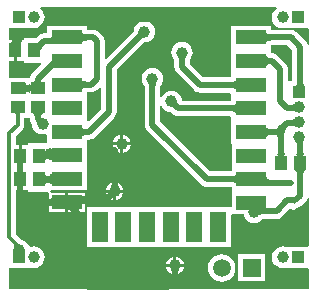
<source format=gtl>
G04 Layer_Physical_Order=1*
G04 Layer_Color=255*
%FSLAX44Y44*%
%MOMM*%
G71*
G01*
G75*
%ADD10R,1.0000X1.3000*%
%ADD11R,1.3000X1.0000*%
%ADD12R,2.5400X1.1430*%
%ADD13R,1.3970X2.5400*%
%ADD14C,0.5000*%
%ADD15C,0.3000*%
%ADD16C,1.0000*%
%ADD17R,1.0000X1.0000*%
%ADD18R,1.0000X1.0000*%
%ADD19C,1.5000*%
%ADD20R,1.5000X1.5000*%
G36*
X119950Y218000D02*
X119664Y217983D01*
X119367Y217927D01*
X119059Y217831D01*
X118739Y217695D01*
X118409Y217519D01*
X118066Y217304D01*
X117713Y217050D01*
X117348Y216756D01*
X116585Y216049D01*
X113049Y219585D01*
X113422Y219972D01*
X114050Y220713D01*
X114305Y221066D01*
X114520Y221409D01*
X114695Y221739D01*
X114831Y222059D01*
X114927Y222367D01*
X114983Y222664D01*
X115000Y222950D01*
X119950Y218000D01*
D02*
G37*
G36*
X223284Y222569D02*
X223433Y222144D01*
X223684Y221769D01*
X224034Y221444D01*
X224484Y221169D01*
X225033Y220944D01*
X225683Y220769D01*
X226434Y220644D01*
X227283Y220569D01*
X228234Y220544D01*
Y215544D01*
X227283Y215519D01*
X226434Y215444D01*
X225683Y215319D01*
X225033Y215144D01*
X224484Y214919D01*
X224034Y214644D01*
X223684Y214319D01*
X223433Y213944D01*
X223284Y213519D01*
X223234Y213044D01*
Y223044D01*
X223284Y222569D01*
D02*
G37*
G36*
X67328D02*
X67477Y222144D01*
X67728Y221769D01*
X68078Y221444D01*
X68527Y221169D01*
X69078Y220944D01*
X69728Y220769D01*
X70477Y220644D01*
X71328Y220569D01*
X72277Y220544D01*
Y215544D01*
X71328Y215519D01*
X70477Y215444D01*
X69728Y215319D01*
X69078Y215144D01*
X68527Y214919D01*
X68078Y214644D01*
X67728Y214319D01*
X67477Y213944D01*
X67328Y213519D01*
X67277Y213044D01*
Y223044D01*
X67328Y222569D01*
D02*
G37*
G36*
X35505Y211970D02*
X34579Y211009D01*
X33107Y209256D01*
X32561Y208464D01*
X32141Y207729D01*
X31848Y207050D01*
X31681Y206428D01*
X31640Y205861D01*
X31727Y205352D01*
X31939Y204898D01*
X26398Y213439D01*
X26715Y213090D01*
X27113Y212892D01*
X27593Y212846D01*
X28154Y212951D01*
X28797Y213208D01*
X29521Y213617D01*
X30326Y214177D01*
X31213Y214889D01*
X33232Y216768D01*
X35505Y211970D01*
D02*
G37*
G36*
X41939Y212360D02*
X41888Y212386D01*
X41739Y212410D01*
X41488Y212431D01*
X39488Y212487D01*
X36939Y212500D01*
Y217500D01*
X37892Y217525D01*
X38746Y217600D01*
X39500Y217725D01*
X40153Y217900D01*
X40706Y218125D01*
X41159Y218400D01*
X41512Y218725D01*
X41765Y219100D01*
X41917Y219525D01*
X41969Y220000D01*
X41939Y212360D01*
D02*
G37*
G36*
X232090Y242347D02*
X230881Y241419D01*
X229439Y239539D01*
X228532Y237349D01*
X228222Y235000D01*
X228532Y232651D01*
X229439Y230461D01*
X230881Y228581D01*
X232761Y227139D01*
X234951Y226232D01*
X237300Y225922D01*
X239650Y226232D01*
X240269Y226488D01*
X241000Y226000D01*
Y226000D01*
X259000D01*
X259617Y224985D01*
Y211674D01*
X258347Y211591D01*
X258333Y211697D01*
X257678Y213278D01*
X256636Y214636D01*
X248592Y222680D01*
X247234Y223722D01*
X245653Y224377D01*
X243956Y224600D01*
X227264D01*
Y227759D01*
X193864D01*
Y208329D01*
X193864D01*
Y207947D01*
X193864D01*
Y188897D01*
X193864Y187627D01*
X193864Y187247D01*
Y184468D01*
X169804D01*
X158525Y195747D01*
Y199040D01*
X159830Y200741D01*
X160737Y202931D01*
X161046Y205280D01*
X160737Y207629D01*
X159830Y209819D01*
X158388Y211699D01*
X156508Y213141D01*
X154318Y214048D01*
X151969Y214358D01*
X149619Y214048D01*
X147430Y213141D01*
X145550Y211699D01*
X144107Y209819D01*
X143200Y207629D01*
X142891Y205280D01*
X143200Y202931D01*
X144107Y200741D01*
X145413Y199040D01*
Y193031D01*
X145636Y191334D01*
X146291Y189753D01*
X147333Y188396D01*
X162452Y173276D01*
X163810Y172234D01*
X165391Y171579D01*
X167088Y171356D01*
X192966D01*
X193864Y170458D01*
X193864Y168197D01*
X193864Y166927D01*
Y164656D01*
X151991D01*
X151768Y166350D01*
X150862Y168539D01*
X149419Y170419D01*
X147539Y171861D01*
X145350Y172768D01*
X143000Y173078D01*
X140651Y172768D01*
X138461Y171861D01*
X136581Y170419D01*
X135139Y168539D01*
X134809Y167743D01*
X133539Y167996D01*
Y177040D01*
X134844Y178741D01*
X135751Y180931D01*
X136060Y183280D01*
X135751Y185629D01*
X134844Y187819D01*
X133402Y189699D01*
X131522Y191141D01*
X129332Y192048D01*
X126983Y192358D01*
X124633Y192048D01*
X122444Y191141D01*
X120564Y189699D01*
X119121Y187819D01*
X118215Y185629D01*
X117905Y183280D01*
X118215Y180931D01*
X119121Y178741D01*
X120427Y177040D01*
Y144017D01*
X120650Y142320D01*
X121305Y140739D01*
X122347Y139381D01*
X168208Y93520D01*
X169566Y92478D01*
X171147Y91823D01*
X172844Y91600D01*
X194118D01*
Y88441D01*
X194118D01*
Y87805D01*
X194118D01*
Y75275D01*
X193609Y74216D01*
X192848Y74216D01*
X71563D01*
Y40816D01*
X193609D01*
Y67316D01*
X194118Y68375D01*
X194879Y68375D01*
X204136D01*
X204232Y67650D01*
X205139Y65461D01*
X206581Y63581D01*
X208461Y62139D01*
X210651Y61232D01*
X213000Y60922D01*
X215350Y61232D01*
X217539Y62139D01*
X219419Y63581D01*
X220081Y64444D01*
X232000D01*
X233697Y64667D01*
X235278Y65322D01*
X236636Y66364D01*
X242891Y72619D01*
X243791Y72824D01*
X244269Y72845D01*
X244723Y72538D01*
X245167Y72218D01*
X245217Y72207D01*
X245259Y72178D01*
X245796Y72069D01*
X246329Y71943D01*
X246379Y71951D01*
X246429Y71941D01*
X246966Y72046D01*
X247507Y72134D01*
X247550Y72160D01*
X247600Y72170D01*
X248056Y72473D01*
X248522Y72761D01*
X248552Y72802D01*
X248594Y72830D01*
X248901Y73284D01*
X249122Y73592D01*
X249697Y73667D01*
X251278Y74322D01*
X252636Y75364D01*
X256636Y79364D01*
X257678Y80722D01*
X258333Y82303D01*
X258347Y82409D01*
X259617Y82326D01*
Y42015D01*
X259000Y41000D01*
X258347Y41000D01*
X241000D01*
Y41000D01*
X240269Y40512D01*
X239650Y40768D01*
X237300Y41078D01*
X234951Y40768D01*
X232761Y39861D01*
X230881Y38419D01*
X229439Y36539D01*
X228532Y34350D01*
X228222Y32000D01*
X228532Y29650D01*
X229439Y27461D01*
X230881Y25581D01*
X232761Y24139D01*
X234951Y23232D01*
X237300Y22922D01*
X239650Y23232D01*
X240269Y23488D01*
X241000Y23000D01*
Y23000D01*
X258347D01*
X259000Y23000D01*
X259617Y21985D01*
Y5383D01*
X5383D01*
Y23000D01*
X23000D01*
Y23000D01*
X23731Y23488D01*
X24351Y23232D01*
X26700Y22922D01*
X29049Y23232D01*
X31239Y24139D01*
X33119Y25581D01*
X34561Y27461D01*
X35468Y29650D01*
X35778Y32000D01*
X35468Y34350D01*
X34561Y36539D01*
X33119Y38419D01*
X31239Y39861D01*
X29049Y40768D01*
X26700Y41078D01*
X24351Y40768D01*
X24139Y40681D01*
X23000Y41000D01*
X22123Y41907D01*
X21861Y42539D01*
X20419Y44419D01*
X18539Y45862D01*
X16350Y46768D01*
X16134Y46797D01*
X11388Y51543D01*
Y88960D01*
X13730D01*
Y98000D01*
X16270D01*
Y88960D01*
X22000D01*
Y87500D01*
X37791D01*
X38912Y87060D01*
X39368Y86599D01*
X39368Y86333D01*
Y81046D01*
X39504Y81069D01*
X40158Y81244D01*
X40711Y81469D01*
X41164Y81744D01*
X41516Y82069D01*
X41768Y82444D01*
X41919Y82869D01*
X41969Y83344D01*
Y79614D01*
X53338D01*
Y86599D01*
X41577D01*
X40608Y86979D01*
X40084Y87535D01*
X40091Y87617D01*
X40116Y87649D01*
X40928Y88695D01*
X71308D01*
Y108125D01*
X71308D01*
Y108507D01*
X71308D01*
Y127049D01*
X71308Y127937D01*
X71308D01*
Y128319D01*
X71308D01*
Y131478D01*
X73306D01*
X75003Y131701D01*
X76584Y132356D01*
X77942Y133398D01*
X94636Y150092D01*
X95678Y151450D01*
X96333Y153031D01*
X96556Y154728D01*
Y190284D01*
X120224Y213952D01*
X122350Y214232D01*
X124539Y215138D01*
X126419Y216581D01*
X127861Y218461D01*
X128768Y220651D01*
X129078Y223000D01*
X128768Y225350D01*
X127861Y227539D01*
X126419Y229419D01*
X124539Y230861D01*
X122350Y231768D01*
X120000Y232078D01*
X117650Y231768D01*
X115461Y230861D01*
X113581Y229419D01*
X112139Y227539D01*
X111232Y225350D01*
X110952Y223223D01*
X87729Y200001D01*
X86556Y200487D01*
Y215000D01*
X86333Y216697D01*
X85678Y218278D01*
X84636Y219636D01*
X81592Y222680D01*
X80234Y223722D01*
X78653Y224377D01*
X76956Y224600D01*
X71308D01*
Y227759D01*
X37908D01*
Y221556D01*
X35000D01*
X33303Y221333D01*
X31722Y220678D01*
X30364Y219636D01*
X28228Y217500D01*
X18000D01*
Y216040D01*
X16748D01*
X16739Y216027D01*
X16535Y215685D01*
X16362Y215336D01*
X16221Y214978D01*
X16111Y214613D01*
X16032Y214240D01*
X15985Y213858D01*
X15970Y213470D01*
X12270D01*
Y207000D01*
Y197960D01*
X18000D01*
Y196500D01*
X32569D01*
X33055Y195327D01*
X25364Y187636D01*
X24322Y186278D01*
X23667Y184697D01*
X23576Y184000D01*
X19500D01*
Y184000D01*
X5383D01*
Y197960D01*
X9730D01*
Y207000D01*
Y213470D01*
X6030D01*
X6255Y213522D01*
X6568Y213682D01*
X6969Y213947D01*
X7457Y214318D01*
X8699Y215379D01*
X9388Y216040D01*
X5383D01*
Y226000D01*
X23000D01*
Y226000D01*
X23731Y226488D01*
X24351Y226232D01*
X26700Y225922D01*
X29049Y226232D01*
X31239Y227139D01*
X33119Y228581D01*
X34561Y230461D01*
X35468Y232651D01*
X35778Y235000D01*
X35468Y237349D01*
X34561Y239539D01*
X33119Y241419D01*
X31910Y242347D01*
X32341Y243617D01*
X231659D01*
X232090Y242347D01*
D02*
G37*
G36*
X155279Y201495D02*
X155109Y201245D01*
X154959Y200959D01*
X154829Y200637D01*
X154719Y200279D01*
X154629Y199885D01*
X154559Y199455D01*
X154509Y198990D01*
X154469Y197950D01*
X149469D01*
X149459Y198488D01*
X149379Y199455D01*
X149309Y199885D01*
X149219Y200279D01*
X149109Y200637D01*
X148979Y200959D01*
X148829Y201245D01*
X148659Y201495D01*
X148469Y201709D01*
X155469D01*
X155279Y201495D01*
D02*
G37*
G36*
X223279Y202757D02*
X223415Y202332D01*
X223642Y201957D01*
X223959Y201632D01*
X224367Y201357D01*
X224866Y201132D01*
X225455Y200957D01*
X226136Y200832D01*
X226907Y200757D01*
X227768Y200732D01*
Y195732D01*
X226907Y195707D01*
X226136Y195632D01*
X225455Y195507D01*
X224866Y195332D01*
X224367Y195107D01*
X223959Y194832D01*
X223642Y194507D01*
X223415Y194132D01*
X223279Y193707D01*
X223234Y193232D01*
Y203232D01*
X223279Y202757D01*
D02*
G37*
G36*
X46618Y192578D02*
X46340Y192965D01*
X45965Y193187D01*
X45496Y193243D01*
X44932Y193134D01*
X44272Y192860D01*
X43517Y192421D01*
X42668Y191817D01*
X41723Y191047D01*
X39548Y189012D01*
X38403Y194939D01*
X39289Y195859D01*
X40708Y197559D01*
X41241Y198337D01*
X41656Y199068D01*
X41954Y199751D01*
X42134Y200387D01*
X42197Y200975D01*
X42142Y201516D01*
X41969Y202010D01*
X46618Y192578D01*
D02*
G37*
G36*
X245444Y207284D02*
Y181000D01*
X242000D01*
X241556Y182086D01*
Y191000D01*
X241333Y192697D01*
X240678Y194278D01*
X239636Y195636D01*
X232404Y202868D01*
X231046Y203910D01*
X229465Y204565D01*
X227768Y204788D01*
X227264D01*
Y207947D01*
X227264D01*
Y208329D01*
X227264D01*
Y211488D01*
X241240D01*
X245444Y207284D01*
D02*
G37*
G36*
X32525Y182424D02*
X32600Y181909D01*
X32725Y181455D01*
X32900Y181061D01*
X33125Y180727D01*
X33400Y180454D01*
X33725Y180242D01*
X34100Y180091D01*
X34525Y180000D01*
X35000Y179970D01*
X25000D01*
X25475Y180000D01*
X25900Y180091D01*
X26275Y180242D01*
X26600Y180454D01*
X26875Y180727D01*
X27100Y181061D01*
X27275Y181455D01*
X27400Y181909D01*
X27475Y182424D01*
X27500Y183000D01*
X32500D01*
X32525Y182424D01*
D02*
G37*
G36*
X23530Y177524D02*
X24469Y177500D01*
Y172500D01*
X23530Y172476D01*
Y170030D01*
X23481Y170500D01*
X23331Y170919D01*
X23080Y171290D01*
X22731Y171611D01*
X22280Y171883D01*
X21730Y172105D01*
X21500Y172166D01*
X21270Y172105D01*
X20719Y171883D01*
X20269Y171611D01*
X19920Y171290D01*
X19670Y170919D01*
X19519Y170500D01*
X19469Y170030D01*
Y172476D01*
X18530Y172500D01*
Y177500D01*
X19469Y177524D01*
Y179970D01*
X19519Y179500D01*
X19670Y179081D01*
X19920Y178710D01*
X20269Y178389D01*
X20719Y178117D01*
X21270Y177895D01*
X21500Y177834D01*
X21730Y177895D01*
X22280Y178117D01*
X22731Y178389D01*
X23080Y178710D01*
X23331Y179081D01*
X23481Y179500D01*
X23530Y179970D01*
Y177524D01*
D02*
G37*
G36*
X254515Y181019D02*
X254632Y179419D01*
X254735Y178769D01*
X254867Y178220D01*
X255029Y177770D01*
X255220Y177419D01*
X255441Y177169D01*
X255690Y177020D01*
X255970Y176970D01*
X247000Y176939D01*
X247475Y176991D01*
X247900Y177143D01*
X248275Y177395D01*
X248600Y177748D01*
X248875Y178201D01*
X249100Y178754D01*
X249275Y179408D01*
X249400Y180161D01*
X249475Y181015D01*
X249500Y181970D01*
X254500D01*
X254515Y181019D01*
D02*
G37*
G36*
X130293Y179495D02*
X130123Y179245D01*
X129973Y178959D01*
X129843Y178637D01*
X129733Y178279D01*
X129643Y177885D01*
X129573Y177455D01*
X129523Y176989D01*
X129483Y175950D01*
X124483D01*
X124473Y176488D01*
X124393Y177455D01*
X124323Y177885D01*
X124233Y178279D01*
X124123Y178637D01*
X123993Y178959D01*
X123843Y179245D01*
X123673Y179495D01*
X123483Y179709D01*
X130483D01*
X130293Y179495D01*
D02*
G37*
G36*
X67328Y182691D02*
X67477Y182266D01*
X67728Y181891D01*
X68078Y181566D01*
X68527Y181291D01*
X69078Y181066D01*
X69728Y180891D01*
X70477Y180766D01*
X71328Y180691D01*
X72277Y180666D01*
Y175666D01*
X71328Y175641D01*
X70477Y175566D01*
X69728Y175441D01*
X69078Y175266D01*
X68527Y175041D01*
X68078Y174766D01*
X67728Y174441D01*
X67477Y174066D01*
X67328Y173641D01*
X67277Y173166D01*
Y183166D01*
X67328Y182691D01*
D02*
G37*
G36*
X197925Y172912D02*
X197875Y173387D01*
X197724Y173812D01*
X197472Y174187D01*
X197120Y174512D01*
X196667Y174787D01*
X196114Y175012D01*
X195460Y175187D01*
X194706Y175312D01*
X193850Y175387D01*
X192894Y175412D01*
Y180412D01*
X193850Y180437D01*
X194706Y180512D01*
X195460Y180637D01*
X196114Y180812D01*
X196667Y181037D01*
X197120Y181312D01*
X197472Y181637D01*
X197724Y182012D01*
X197875Y182437D01*
X197925Y182912D01*
Y172912D01*
D02*
G37*
G36*
X148017Y163664D02*
X148073Y163367D01*
X148169Y163059D01*
X148305Y162739D01*
X148481Y162409D01*
X148695Y162066D01*
X148950Y161713D01*
X149244Y161348D01*
X149951Y160585D01*
X146416Y157049D01*
X146028Y157422D01*
X145287Y158050D01*
X144934Y158305D01*
X144592Y158519D01*
X144261Y158695D01*
X143941Y158830D01*
X143633Y158927D01*
X143336Y158983D01*
X143050Y159000D01*
X148000Y163950D01*
X148017Y163664D01*
D02*
G37*
G36*
X248201Y155157D02*
X247992Y155279D01*
X247746Y155388D01*
X247462Y155485D01*
X247141Y155568D01*
X246782Y155639D01*
X245953Y155742D01*
X245482Y155774D01*
X244429Y155800D01*
X243230Y160800D01*
X243767Y160812D01*
X244722Y160909D01*
X245139Y160994D01*
X245516Y161104D01*
X245853Y161237D01*
X246150Y161395D01*
X246407Y161578D01*
X246624Y161784D01*
X246801Y162015D01*
X248201Y155157D01*
D02*
G37*
G36*
X197925Y153100D02*
X197875Y153575D01*
X197724Y154000D01*
X197472Y154375D01*
X197120Y154700D01*
X196667Y154975D01*
X196114Y155200D01*
X195460Y155375D01*
X194706Y155500D01*
X193850Y155575D01*
X192894Y155600D01*
Y160600D01*
X193850Y160625D01*
X194706Y160700D01*
X195460Y160825D01*
X196114Y161000D01*
X196667Y161225D01*
X197120Y161500D01*
X197472Y161825D01*
X197724Y162200D01*
X197875Y162625D01*
X197925Y163100D01*
Y153100D01*
D02*
G37*
G36*
X15715Y154001D02*
X15460Y153911D01*
X15235Y153760D01*
X15040Y153551D01*
X14875Y153280D01*
X14740Y152950D01*
X14635Y152561D01*
X14560Y152111D01*
X14515Y151601D01*
X14500Y151031D01*
X11500D01*
X11485Y151601D01*
X11440Y152111D01*
X11365Y152561D01*
X11260Y152950D01*
X11125Y153280D01*
X10960Y153551D01*
X10765Y153760D01*
X10540Y153911D01*
X10285Y154001D01*
X10000Y154031D01*
X16000D01*
X15715Y154001D01*
D02*
G37*
G36*
X83444Y175513D02*
Y157444D01*
X73040Y147040D01*
X71557Y147316D01*
X71308Y147749D01*
Y148639D01*
X71308D01*
Y168069D01*
X71308D01*
Y168451D01*
X71308D01*
Y171610D01*
X75166D01*
X76863Y171833D01*
X78444Y172488D01*
X79802Y173530D01*
X82271Y175999D01*
X83444Y175513D01*
D02*
G37*
G36*
X34525Y154011D02*
X34100Y153860D01*
X33725Y153608D01*
X33400Y153256D01*
X33125Y152803D01*
X32900Y152250D01*
X32725Y151596D01*
X32600Y150842D01*
X32548Y150247D01*
X32704Y150185D01*
X32929Y150116D01*
X33166Y150063D01*
X33415Y150026D01*
X33676Y150005D01*
X33950Y150000D01*
X29000Y145050D01*
X28995Y145324D01*
X28974Y145585D01*
X28937Y145835D01*
X28884Y146071D01*
X28815Y146296D01*
X28730Y146508D01*
X28630Y146707D01*
X28513Y146895D01*
X28381Y147070D01*
X28232Y147232D01*
X30031Y149031D01*
X27500D01*
X27475Y149986D01*
X27400Y150842D01*
X27275Y151596D01*
X27100Y152250D01*
X26875Y152803D01*
X26600Y153256D01*
X26275Y153608D01*
X25900Y153860D01*
X25475Y154011D01*
X25000Y154061D01*
X35000D01*
X34525Y154011D01*
D02*
G37*
G36*
X248201Y142457D02*
X247992Y142579D01*
X247746Y142688D01*
X247462Y142785D01*
X247141Y142868D01*
X246782Y142939D01*
X245953Y143042D01*
X245482Y143074D01*
X244429Y143100D01*
X243230Y148100D01*
X243767Y148112D01*
X244722Y148209D01*
X245139Y148294D01*
X245516Y148404D01*
X245853Y148537D01*
X246150Y148695D01*
X246407Y148878D01*
X246624Y149084D01*
X246801Y149315D01*
X248201Y142457D01*
D02*
G37*
G36*
X242036Y143500D02*
X241364Y142779D01*
X240763Y142031D01*
X240232Y141256D01*
X239773Y140454D01*
X239384Y139624D01*
X239066Y138767D01*
X238818Y137883D01*
X238641Y136972D01*
X238535Y136034D01*
X238500Y135068D01*
X233500Y129032D01*
X233478Y130005D01*
X233411Y130922D01*
X233299Y131784D01*
X233143Y132590D01*
X232941Y133341D01*
X232696Y134037D01*
X232405Y134677D01*
X232070Y135262D01*
X231691Y135792D01*
X231266Y136266D01*
X236000Y135068D01*
X238500D01*
X236000Y141000D01*
X234232Y142768D01*
X237768Y146303D01*
X242036Y143500D01*
D02*
G37*
G36*
X223284Y142559D02*
X223433Y142134D01*
X223684Y141759D01*
X224034Y141434D01*
X224484Y141159D01*
X225033Y140934D01*
X225683Y140759D01*
X226434Y140634D01*
X227283Y140559D01*
X228234Y140534D01*
Y135534D01*
X227283Y135509D01*
X226434Y135434D01*
X225683Y135309D01*
X225033Y135134D01*
X224484Y134909D01*
X224034Y134634D01*
X223684Y134309D01*
X223433Y133934D01*
X223284Y133509D01*
X223234Y133034D01*
Y143034D01*
X223284Y142559D01*
D02*
G37*
G36*
X67328D02*
X67477Y142134D01*
X67728Y141759D01*
X68078Y141434D01*
X68527Y141159D01*
X69078Y140934D01*
X69728Y140759D01*
X70477Y140634D01*
X71328Y140559D01*
X72277Y140534D01*
Y135534D01*
X71328Y135509D01*
X70477Y135434D01*
X69728Y135309D01*
X69078Y135134D01*
X68527Y134909D01*
X68078Y134634D01*
X67728Y134309D01*
X67477Y133934D01*
X67328Y133509D01*
X67277Y133034D01*
Y143034D01*
X67328Y142559D01*
D02*
G37*
G36*
X255021Y130892D02*
X254912Y130646D01*
X254815Y130362D01*
X254732Y130041D01*
X254661Y129682D01*
X254558Y128853D01*
X254526Y128382D01*
X254500Y127329D01*
X249500Y126130D01*
X249488Y126667D01*
X249391Y127621D01*
X249306Y128039D01*
X249196Y128416D01*
X249062Y128753D01*
X248905Y129050D01*
X248722Y129307D01*
X248516Y129524D01*
X248285Y129701D01*
X255143Y131101D01*
X255021Y130892D01*
D02*
G37*
G36*
X41969Y119530D02*
X44199Y121715D01*
X44376Y121484D01*
X44593Y121278D01*
X44850Y121095D01*
X45147Y120938D01*
X45484Y120804D01*
X45861Y120694D01*
X46279Y120609D01*
X46736Y120549D01*
X47233Y120512D01*
X47770Y120500D01*
X46571Y115500D01*
X46026Y115494D01*
X44614Y115397D01*
X44218Y115339D01*
X43538Y115185D01*
X43254Y115088D01*
X43008Y114979D01*
X42799Y114857D01*
X41969Y115670D01*
Y113000D01*
X41919Y113475D01*
X41768Y113900D01*
X41516Y114275D01*
X41164Y114600D01*
X40711Y114875D01*
X40158Y115100D01*
X39504Y115275D01*
X38954Y115366D01*
X38404Y115275D01*
X37750Y115100D01*
X37237Y114891D01*
X37201Y114857D01*
X37183Y114867D01*
X36744Y114600D01*
X36392Y114275D01*
X36140Y113900D01*
X35989Y113475D01*
X35939Y113000D01*
Y115303D01*
X35782Y115339D01*
X35386Y115397D01*
X33974Y115494D01*
X33429Y115500D01*
X32230Y120500D01*
X32767Y120512D01*
X33264Y120549D01*
X33721Y120609D01*
X34139Y120694D01*
X34516Y120804D01*
X34853Y120938D01*
X35150Y121095D01*
X35407Y121278D01*
X35624Y121484D01*
X35801Y121715D01*
X35939Y121580D01*
Y123000D01*
X35989Y122525D01*
X36140Y122100D01*
X36392Y121725D01*
X36744Y121400D01*
X37197Y121125D01*
X37750Y120900D01*
X38404Y120725D01*
X38954Y120634D01*
X39504Y120725D01*
X40158Y120900D01*
X40711Y121125D01*
X41164Y121400D01*
X41516Y121725D01*
X41768Y122100D01*
X41919Y122525D01*
X41969Y123000D01*
Y119530D01*
D02*
G37*
G36*
X254525Y122520D02*
X254599Y121670D01*
X254722Y120920D01*
X254895Y120269D01*
X255117Y119719D01*
X255389Y119270D01*
X255710Y118919D01*
X256080Y118670D01*
X256500Y118519D01*
X256970Y118469D01*
X247031D01*
X247500Y118519D01*
X247920Y118670D01*
X248290Y118919D01*
X248611Y119270D01*
X248883Y119719D01*
X249105Y120269D01*
X249278Y120920D01*
X249401Y121670D01*
X249475Y122520D01*
X249500Y123469D01*
X254500D01*
X254525Y122520D01*
D02*
G37*
G36*
X238525D02*
X238599Y121670D01*
X238722Y120920D01*
X238895Y120269D01*
X239117Y119719D01*
X239389Y119270D01*
X239710Y118919D01*
X240081Y118670D01*
X240500Y118519D01*
X240970Y118469D01*
X231031D01*
X231500Y118519D01*
X231919Y118670D01*
X232290Y118919D01*
X232611Y119270D01*
X232883Y119719D01*
X233105Y120269D01*
X233278Y120920D01*
X233401Y121670D01*
X233475Y122520D01*
X233500Y123469D01*
X238500D01*
X238525Y122520D01*
D02*
G37*
G36*
X23444Y149000D02*
X23667Y147303D01*
X24322Y145722D01*
X24932Y144928D01*
X25232Y142650D01*
X26139Y140461D01*
X27581Y138581D01*
X29461Y137139D01*
X31651Y136232D01*
X34000Y135922D01*
X36349Y136232D01*
X36852Y136440D01*
X37908Y135734D01*
Y128500D01*
X22000D01*
Y127040D01*
X16270D01*
Y118000D01*
X13730D01*
Y127040D01*
X11388D01*
Y134677D01*
X16965Y140255D01*
X18181Y142074D01*
X18608Y144220D01*
Y150000D01*
X23444D01*
Y149000D01*
D02*
G37*
G36*
X135139Y159461D02*
X136581Y157581D01*
X138461Y156138D01*
X140651Y155232D01*
X142776Y154952D01*
X144264Y153464D01*
X145622Y152422D01*
X147203Y151767D01*
X148900Y151544D01*
X192966D01*
X193864Y150646D01*
X193864Y148067D01*
X193864Y147115D01*
Y128848D01*
X193864Y128319D01*
X193864D01*
X194118Y127683D01*
X194118Y127683D01*
Y108253D01*
X194118D01*
Y107871D01*
X194118D01*
Y104712D01*
X175560D01*
X133539Y146733D01*
Y160004D01*
X134809Y160257D01*
X135139Y159461D01*
D02*
G37*
G36*
X41969Y93000D02*
X41919Y93475D01*
X41768Y93900D01*
X41516Y94275D01*
X41164Y94600D01*
X40711Y94875D01*
X40429Y94990D01*
Y94500D01*
X40215Y94690D01*
X39965Y94860D01*
X39679Y95010D01*
X39357Y95140D01*
X38999Y95250D01*
X38691Y95320D01*
X38419Y95275D01*
X37769Y95100D01*
X37220Y94875D01*
X36769Y94600D01*
X36419Y94275D01*
X36170Y93900D01*
X36019Y93475D01*
X35970Y93000D01*
Y103000D01*
X36019Y102525D01*
X36170Y102100D01*
X36419Y101725D01*
X36769Y101400D01*
X37220Y101125D01*
X37769Y100900D01*
X38419Y100725D01*
X38691Y100680D01*
X38999Y100750D01*
X39357Y100860D01*
X39679Y100990D01*
X39965Y101140D01*
X40215Y101310D01*
X40429Y101500D01*
Y101010D01*
X40711Y101125D01*
X41164Y101400D01*
X41516Y101725D01*
X41768Y102100D01*
X41919Y102525D01*
X41969Y103000D01*
Y93000D01*
D02*
G37*
G36*
X256500Y105480D02*
X256080Y105330D01*
X255710Y105080D01*
X255389Y104731D01*
X255117Y104281D01*
X254895Y103730D01*
X254722Y103081D01*
X254599Y102331D01*
X254525Y101481D01*
X254500Y100531D01*
X249500D01*
X249475Y101481D01*
X249401Y102331D01*
X249278Y103081D01*
X249105Y103730D01*
X248883Y104281D01*
X248611Y104731D01*
X248290Y105080D01*
X247920Y105330D01*
X247500Y105480D01*
X247031Y105531D01*
X256970D01*
X256500Y105480D01*
D02*
G37*
G36*
X198179Y93156D02*
X198129Y93631D01*
X197978Y94056D01*
X197726Y94431D01*
X197374Y94756D01*
X196921Y95031D01*
X196368Y95256D01*
X195714Y95431D01*
X194960Y95556D01*
X194104Y95631D01*
X193148Y95656D01*
Y100656D01*
X194104Y100681D01*
X194960Y100756D01*
X195714Y100881D01*
X196368Y101056D01*
X196921Y101281D01*
X197374Y101556D01*
X197726Y101881D01*
X197978Y102256D01*
X198129Y102681D01*
X198179Y103156D01*
Y93156D01*
D02*
G37*
G36*
X223538Y99525D02*
X223687Y99100D01*
X223938Y98725D01*
X224287Y98400D01*
X224737Y98125D01*
X225287Y97900D01*
X225938Y97725D01*
X226688Y97600D01*
X227537Y97525D01*
X228487Y97500D01*
Y92500D01*
X223487Y92472D01*
Y100000D01*
X223538Y99525D01*
D02*
G37*
G36*
X246485Y83690D02*
X246531Y83441D01*
X246607Y83220D01*
X246714Y83029D01*
X246852Y82867D01*
X247020Y82735D01*
X247219Y82632D01*
X247449Y82559D01*
X247709Y82515D01*
X248000Y82500D01*
Y77500D01*
X247705Y77475D01*
X247441Y77400D01*
X247208Y77275D01*
X247005Y77100D01*
X246833Y76875D01*
X246693Y76600D01*
X246583Y76275D01*
X246504Y75900D01*
X246456Y75475D01*
X246439Y75000D01*
X246469Y83969D01*
X246485Y83690D01*
D02*
G37*
G36*
X216008Y74021D02*
X216254Y73912D01*
X216538Y73815D01*
X216859Y73732D01*
X217218Y73661D01*
X218047Y73558D01*
X218518Y73526D01*
X219571Y73500D01*
X220770Y68500D01*
X220233Y68488D01*
X219279Y68391D01*
X218861Y68306D01*
X218484Y68196D01*
X218147Y68063D01*
X217850Y67905D01*
X217593Y67722D01*
X217376Y67516D01*
X217199Y67285D01*
X215799Y74143D01*
X216008Y74021D01*
D02*
G37*
G36*
X12291Y44845D02*
X12945Y44309D01*
X13309Y44047D01*
X14112Y43539D01*
X15014Y43048D01*
X16016Y42575D01*
X9494Y40167D01*
X9675Y40597D01*
X9801Y41018D01*
X9871Y41431D01*
X9886Y41834D01*
X9845Y42229D01*
X9749Y42615D01*
X9597Y42991D01*
X9391Y43359D01*
X9128Y43719D01*
X8810Y44069D01*
X12002Y45120D01*
X12291Y44845D01*
D02*
G37*
G36*
X15515Y39394D02*
X15560Y38879D01*
X15635Y38424D01*
X15740Y38030D01*
X15875Y37697D01*
X16040Y37424D01*
X16235Y37212D01*
X16460Y37060D01*
X16715Y36969D01*
X17000Y36939D01*
X11000D01*
X11285Y36969D01*
X11540Y37060D01*
X11765Y37212D01*
X11960Y37424D01*
X12125Y37697D01*
X12260Y38030D01*
X12365Y38424D01*
X12440Y38879D01*
X12485Y39394D01*
X12500Y39969D01*
X15500D01*
X15515Y39394D01*
D02*
G37*
G36*
X17120Y34052D02*
X15820Y32614D01*
X15680Y32416D01*
X15580Y32247D01*
X15520Y32109D01*
X15500Y32000D01*
X12500D01*
X12480Y32109D01*
X12420Y32247D01*
X12320Y32416D01*
X12180Y32614D01*
X12000Y32842D01*
X11520Y33387D01*
X10500Y34429D01*
X17500D01*
X17120Y34052D01*
D02*
G37*
%LPC*%
G36*
X102270Y135438D02*
Y129270D01*
X108438D01*
X108346Y129968D01*
X107586Y131803D01*
X106378Y133378D01*
X104803Y134586D01*
X102968Y135346D01*
X102270Y135438D01*
D02*
G37*
G36*
X99730D02*
X99032Y135346D01*
X97198Y134586D01*
X95622Y133378D01*
X94414Y131803D01*
X93654Y129968D01*
X93562Y129270D01*
X99730D01*
Y135438D01*
D02*
G37*
G36*
X108438Y126730D02*
X102270D01*
Y120562D01*
X102968Y120654D01*
X104803Y121414D01*
X106378Y122622D01*
X107586Y124198D01*
X108346Y126032D01*
X108438Y126730D01*
D02*
G37*
G36*
X99730D02*
X93562D01*
X93654Y126032D01*
X94414Y124198D01*
X95622Y122622D01*
X97198Y121414D01*
X99032Y120654D01*
X99730Y120562D01*
Y126730D01*
D02*
G37*
G36*
X96270Y95438D02*
Y95330D01*
X97007D01*
X96968Y95346D01*
X96270Y95438D01*
D02*
G37*
G36*
X93730D02*
X93032Y95346D01*
X92993Y95330D01*
X93730D01*
Y95438D01*
D02*
G37*
G36*
X97504Y95124D02*
X97506Y95031D01*
X97510Y94792D01*
X97590Y93825D01*
X97660Y93395D01*
X97750Y93001D01*
X97860Y92643D01*
X97990Y92321D01*
X98140Y92035D01*
X98310Y91785D01*
X98500Y91571D01*
X96270D01*
Y89270D01*
X102438D01*
X102346Y89968D01*
X101586Y91803D01*
X100378Y93378D01*
X98802Y94586D01*
X97504Y95124D01*
D02*
G37*
G36*
X92492Y95122D02*
X91198Y94586D01*
X89622Y93378D01*
X88414Y91803D01*
X87654Y89968D01*
X87562Y89270D01*
X93730D01*
Y91571D01*
X91500D01*
X91690Y91785D01*
X91860Y92035D01*
X92010Y92321D01*
X92140Y92643D01*
X92250Y93001D01*
X92340Y93395D01*
X92410Y93825D01*
X92460Y94290D01*
X92492Y95122D01*
D02*
G37*
G36*
X89690Y86730D02*
X87562D01*
X87654Y86032D01*
X88192Y84733D01*
X88422Y84972D01*
X89050Y85713D01*
X89305Y86066D01*
X89520Y86409D01*
X89690Y86730D01*
D02*
G37*
G36*
X93730D02*
X91220D01*
X93730Y84220D01*
Y86730D01*
D02*
G37*
G36*
X69848Y86599D02*
X55878D01*
Y79614D01*
X67277D01*
Y84029D01*
X67328Y83928D01*
X67477Y83838D01*
X67728Y83759D01*
X68078Y83690D01*
X68527Y83632D01*
X69728Y83548D01*
X69848Y83545D01*
Y86599D01*
D02*
G37*
G36*
X88398Y84235D02*
X88414Y84197D01*
X89622Y82622D01*
X91198Y81414D01*
X91236Y81398D01*
X88875Y83759D01*
X88398Y84235D01*
D02*
G37*
G36*
X102438Y86730D02*
X96270D01*
Y80562D01*
X96968Y80654D01*
X98802Y81414D01*
X100378Y82622D01*
X101586Y84197D01*
X102346Y86032D01*
X102438Y86730D01*
D02*
G37*
G36*
X93730Y82690D02*
X93409Y82519D01*
X93066Y82304D01*
X92713Y82050D01*
X92348Y81756D01*
X91737Y81190D01*
X93032Y80654D01*
X93730Y80562D01*
Y82690D01*
D02*
G37*
G36*
X69848Y77074D02*
X67593D01*
X67477Y76900D01*
X67328Y76475D01*
X67277Y76000D01*
Y77074D01*
X55878D01*
Y72684D01*
X67277Y72660D01*
X66631Y72650D01*
X65603Y72575D01*
X65220Y72509D01*
X64925Y72425D01*
X64718Y72321D01*
X64599Y72199D01*
X64567Y72058D01*
X64624Y71898D01*
X64768Y71720D01*
X61956Y70089D01*
X69848D01*
Y77074D01*
D02*
G37*
G36*
X53338D02*
X41969D01*
Y73344D01*
X41919Y73819D01*
X41768Y74244D01*
X41516Y74619D01*
X41164Y74944D01*
X40711Y75219D01*
X40158Y75444D01*
X39504Y75619D01*
X39368Y75641D01*
Y70089D01*
X53338D01*
Y72684D01*
X53222Y72690D01*
X53338Y72690D01*
Y77074D01*
D02*
G37*
G36*
X55878Y72173D02*
Y70089D01*
X59242D01*
X58871Y70405D01*
X58162Y70939D01*
X57453Y71403D01*
X56746Y71795D01*
X56039Y72116D01*
X55878Y72173D01*
D02*
G37*
G36*
X147270Y32438D02*
Y26270D01*
X153438D01*
X153346Y26968D01*
X152586Y28802D01*
X151378Y30378D01*
X149803Y31586D01*
X147968Y32346D01*
X147270Y32438D01*
D02*
G37*
G36*
X144730D02*
X144032Y32346D01*
X142198Y31586D01*
X140622Y30378D01*
X139414Y28802D01*
X138654Y26968D01*
X138562Y26270D01*
X144730D01*
Y32438D01*
D02*
G37*
G36*
X153438Y23730D02*
X147270D01*
Y21429D01*
X149500D01*
X149310Y21215D01*
X149140Y20965D01*
X148990Y20679D01*
X148860Y20357D01*
X148750Y19999D01*
X148660Y19605D01*
X148590Y19175D01*
X148540Y18710D01*
X148508Y17878D01*
X149803Y18414D01*
X151378Y19622D01*
X152586Y21198D01*
X153346Y23032D01*
X153438Y23730D01*
D02*
G37*
G36*
X144730D02*
X138562D01*
X138654Y23032D01*
X139414Y21198D01*
X140622Y19622D01*
X142198Y18414D01*
X143496Y17876D01*
X143490Y18208D01*
X143410Y19175D01*
X143340Y19605D01*
X143250Y19999D01*
X143140Y20357D01*
X143010Y20679D01*
X142860Y20965D01*
X142690Y21215D01*
X142500Y21429D01*
X144730D01*
Y23730D01*
D02*
G37*
G36*
X148006Y17670D02*
X147270D01*
Y17562D01*
X147968Y17654D01*
X148006Y17670D01*
D02*
G37*
G36*
X144730D02*
X143994D01*
X144032Y17654D01*
X144730Y17562D01*
Y17670D01*
D02*
G37*
G36*
X222500Y34500D02*
X199500D01*
Y11500D01*
X222500D01*
Y34500D01*
D02*
G37*
G36*
X185600Y34599D02*
X182598Y34204D01*
X179800Y33045D01*
X177398Y31202D01*
X175555Y28800D01*
X174396Y26002D01*
X174001Y23000D01*
X174396Y19998D01*
X175555Y17200D01*
X177398Y14798D01*
X179800Y12955D01*
X182598Y11796D01*
X185600Y11401D01*
X188602Y11796D01*
X191400Y12955D01*
X193802Y14798D01*
X195645Y17200D01*
X196804Y19998D01*
X197199Y23000D01*
X196804Y26002D01*
X195645Y28800D01*
X193802Y31202D01*
X191400Y33045D01*
X188602Y34204D01*
X185600Y34599D01*
D02*
G37*
%LPD*%
D10*
X27000Y207000D02*
D03*
X11000D02*
D03*
X252000Y112000D02*
D03*
X236000D02*
D03*
X15000Y98000D02*
D03*
X31000D02*
D03*
X31000Y118000D02*
D03*
X15000D02*
D03*
D11*
X30000Y159000D02*
D03*
Y175000D02*
D03*
X13000Y175000D02*
D03*
Y159000D02*
D03*
D12*
X54608Y218044D02*
D03*
Y198232D02*
D03*
Y178166D02*
D03*
Y158354D02*
D03*
Y138034D02*
D03*
Y118222D02*
D03*
Y98410D02*
D03*
Y78344D02*
D03*
X210818Y78090D02*
D03*
Y98156D02*
D03*
Y117968D02*
D03*
X210564Y138034D02*
D03*
Y158100D02*
D03*
Y177912D02*
D03*
Y198232D02*
D03*
Y218044D02*
D03*
D13*
X82548Y57516D02*
D03*
X102360D02*
D03*
X122172D02*
D03*
X142492D02*
D03*
X162304D02*
D03*
X182624D02*
D03*
D14*
X172844Y98156D02*
X210818D01*
X126983Y144017D02*
X172844Y98156D01*
X126983Y144017D02*
Y183280D01*
X151969Y193031D02*
Y205280D01*
Y193031D02*
X167088Y177912D01*
X90000Y193000D02*
X120000Y223000D01*
X90000Y154728D02*
Y193000D01*
X73306Y138034D02*
X90000Y154728D01*
X54608Y138034D02*
X73306D01*
X148900Y158100D02*
X210564D01*
X143000Y164000D02*
X148900Y158100D01*
X167088Y177912D02*
X210564D01*
X54608Y218044D02*
X76956D01*
X80000Y215000D01*
Y183000D02*
Y215000D01*
X75166Y178166D02*
X80000Y183000D01*
X54608Y178166D02*
X75166D01*
X54608Y79608D02*
X56000Y81000D01*
X88000D01*
X95000Y88000D01*
X210564Y218044D02*
X243956D01*
X252000Y210000D01*
Y171000D02*
Y210000D01*
X240700Y158300D02*
X252000D01*
X235000Y164000D02*
X240700Y158300D01*
X235000Y164000D02*
Y191000D01*
X227768Y198232D02*
X235000Y191000D01*
X210564Y198232D02*
X227768D01*
X210564Y138034D02*
X233034D01*
X252000Y112000D02*
Y132900D01*
X252000Y112000D02*
X252000Y112000D01*
X233034Y138034D02*
X236000Y135068D01*
X240600Y145600D02*
X252000D01*
X233034Y138034D02*
X236000Y141000D01*
X240600Y145600D01*
X236000Y112000D02*
Y135068D01*
Y141000D01*
X213974Y95000D02*
X244000D01*
X210818Y98156D02*
X213974Y95000D01*
X232000Y71000D02*
X241000Y80000D01*
X248000D01*
X252000Y84000D01*
Y112000D01*
X51564Y215000D02*
X54608Y218044D01*
X81000Y233000D02*
X81500Y233500D01*
X133500D01*
X137000Y230000D01*
Y215000D02*
Y230000D01*
X131000Y209000D02*
X137000Y215000D01*
X24000Y204000D02*
X35000Y215000D01*
X51564D01*
X95000Y88000D02*
Y123000D01*
X214000Y71000D02*
X232000D01*
X54608Y78344D02*
X63000Y69952D01*
X21656Y78344D02*
X54608D01*
X15000Y85000D02*
X21656Y78344D01*
X15000Y85000D02*
Y118000D01*
X31000Y98000D02*
X44000D01*
X54386Y118000D02*
X54608Y118222D01*
X31000Y118000D02*
X54386D01*
X63000Y16000D02*
Y69952D01*
X40000Y233000D02*
X81000D01*
X17000Y220000D02*
X27000D01*
X10000Y213000D02*
X17000Y220000D01*
X10000Y206000D02*
Y213000D01*
X27000Y220000D02*
X40000Y233000D01*
X139780Y6780D02*
X146000Y13000D01*
X63000Y16000D02*
X72220Y6780D01*
X139780D01*
X45232Y198232D02*
X54608D01*
X30000Y183000D02*
X45232Y198232D01*
X30000Y175000D02*
Y183000D01*
X13000Y175000D02*
X30000D01*
X13000Y175000D02*
X13000Y175000D01*
X30000Y149000D02*
X34000Y145000D01*
X30000Y149000D02*
Y159000D01*
X146000Y13000D02*
Y25000D01*
D15*
X54608Y78344D02*
Y79608D01*
X13000Y144220D02*
Y159000D01*
X5780Y137000D02*
X13000Y144220D01*
X5780Y49220D02*
Y137000D01*
Y49220D02*
X14000Y41000D01*
Y32000D02*
Y41000D01*
X33000Y145000D02*
X34000D01*
D16*
X237300Y235000D02*
D03*
Y32000D02*
D03*
X26700D02*
D03*
Y235000D02*
D03*
X251000Y133900D02*
D03*
Y146600D02*
D03*
Y159300D02*
D03*
X126983Y183280D02*
D03*
X151969Y205280D02*
D03*
X120000Y223000D02*
D03*
X143000Y164000D02*
D03*
X95000Y88000D02*
D03*
X40000Y119000D02*
D03*
X44000Y98000D02*
D03*
X101000Y128000D02*
D03*
X213000Y70000D02*
D03*
X14000Y38000D02*
D03*
X34000Y145000D02*
D03*
X146000Y25000D02*
D03*
D17*
X250000Y235000D02*
D03*
Y32000D02*
D03*
X14000D02*
D03*
Y235000D02*
D03*
D18*
X251000Y172000D02*
D03*
D19*
X185600Y23000D02*
D03*
D20*
X211000D02*
D03*
M02*

</source>
